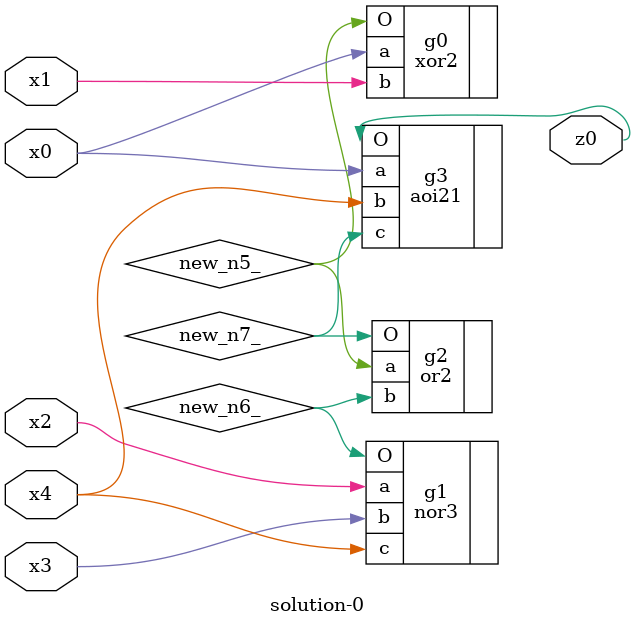
<source format=v>
module \solution-0 (
  x0, x1, x2, x3, x4,
  z0 );
  input x0, x1, x2, x3, x4;
  output z0;
  wire new_n5_, new_n6_, new_n7_;
  xor2  g0(.a(x0), .b(x1), .O(new_n5_));
  nor3  g1(.a(x2), .b(x3), .c(x4), .O(new_n6_));
  or2  g2(.a(new_n5_), .b(new_n6_), .O(new_n7_));
  aoi21  g3(.a(x0), .b(x4), .c(new_n7_), .O(z0));
endmodule

</source>
